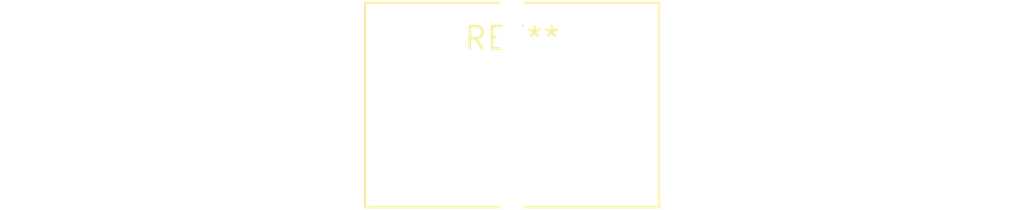
<source format=kicad_pcb>
(kicad_pcb (version 20240108) (generator pcbnew)
  (layers (0 "F.Cu" signal) (31 "B.Cu" signal) (34 "B.Paste" user) (35 "F.Paste" user) (36 "B.SilkS" user "B.Silkscreen") (37 "F.SilkS" user "F.Silkscreen") (38 "B.Mask" user) (39 "F.Mask" user) (44 "Edge.Cuts" user))
  (net 0 "")
  (footprint "L_Toroid_Vertical_L16.5mm_W11.4mm_P7.62mm_Pulse_KM-2" (layer "F.Cu") (at 0 0)
    (property "Reference" "REF**")
    (property "Value" "L_Toroid_Vertical_L16.5mm_W11.4mm_P7.62mm_Pulse_KM-2")
    (fp_line (start -8.375 -2.025) (end -8.375 9.645) (layer "F.SilkS") (stroke (width 0.12)))
    (fp_line (start -8.375 -2.025) (end -0.725 -2.025) (layer "F.SilkS") (stroke (width 0.12)))
    (fp_line (start -8.375 9.645) (end -0.725 9.645) (layer "F.SilkS") (stroke (width 0.12)))
    (fp_line (start 0.725 -2.025) (end 8.375 -2.025) (layer "F.SilkS") (stroke (width 0.12)))
    (fp_line (start 0.725 9.645) (end 8.375 9.645) (layer "F.SilkS") (stroke (width 0.12)))
    (fp_line (start 8.375 -2.025) (end 8.375 9.645) (layer "F.SilkS") (stroke (width 0.12)))
    (pad "1" thru_hole circle (at 0 0) (size 3.6 3.6) (drill 1.8) (layers *.Cu *.Mask) (remove_unused_layers))
    (pad "2" thru_hole circle (at 0 7.62) (size 3.6 3.6) (drill 1.8) (layers *.Cu *.Mask) (remove_unused_layers))
  )
)
</source>
